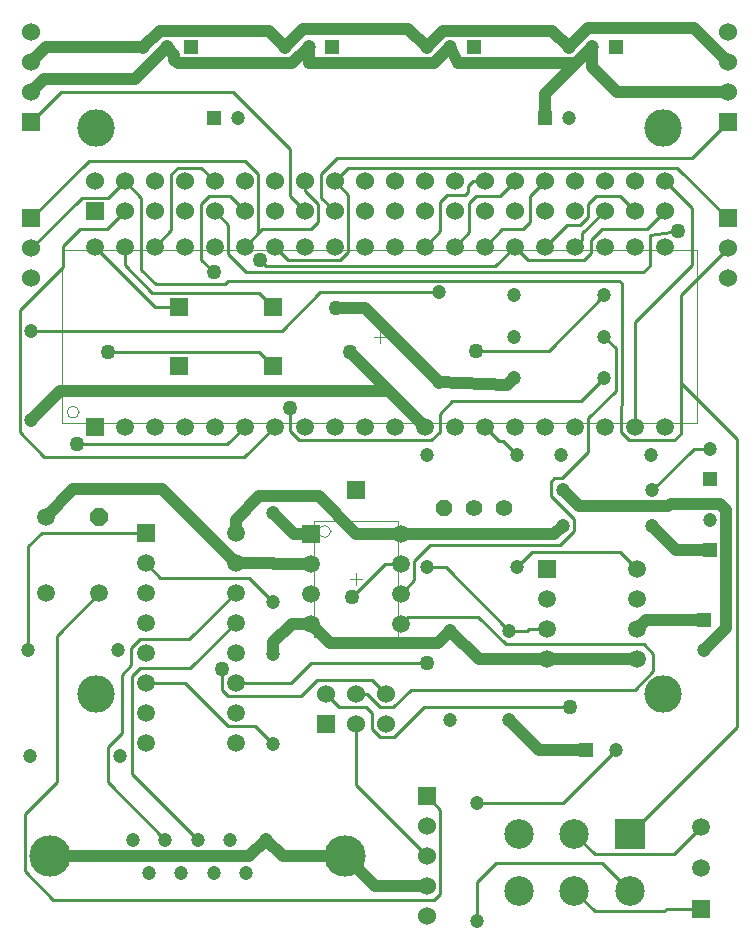
<source format=gbl>
%FSLAX23Y23*%
%MOMM*%
%SFA1B1*%

%IPPOS*%
%AMD29*
4,1,8,-0.292100,0.701040,-0.701040,0.292100,-0.701040,-0.292100,-0.292100,-0.701040,0.292100,-0.701040,0.701040,-0.292100,0.701040,0.292100,0.292100,0.701040,-0.292100,0.701040,0.0*
%
%AMD30*
4,1,8,-0.749300,-0.309880,-0.309880,-0.749300,0.309880,-0.749300,0.749300,-0.309880,0.749300,0.309880,0.309880,0.749300,-0.309880,0.749300,-0.749300,0.309880,-0.749300,-0.309880,0.0*
%
%ADD10C,0.253999*%
%ADD11C,0.999998*%
%ADD12C,0.100000*%
%ADD13C,1.523997*%
%ADD14R,1.523997X1.523997*%
%ADD15R,1.523997X1.523997*%
%ADD16C,1.199998*%
%ADD17C,3.174994*%
%ADD18R,1.499997X1.499997*%
%ADD19C,1.499997*%
%ADD20R,1.199998X1.199998*%
%ADD21R,1.499997X1.499997*%
%ADD22C,1.499997*%
%ADD23C,2.499995*%
%ADD24R,2.499995X2.499995*%
%ADD25C,3.499993*%
%ADD26R,1.199998X1.199998*%
%ADD27R,1.499997X1.499997*%
%ADD28C,1.399997*%
G04~CAMADD=29~4~0.0~0.0~551.2~551.2~0.0~161.4~0~0.0~0.0~0.0~0.0~0~0.0~0.0~0.0~0.0~0~0.0~0.0~0.0~45.0~551.2~551.2*
%ADD29D29*%
G04~CAMADD=30~4~0.0~0.0~590.6~590.6~0.0~173.0~0~0.0~0.0~0.0~0.0~0~0.0~0.0~0.0~0.0~0~0.0~0.0~0.0~135.0~590.6~590.6*
%ADD30D30*%
%ADD31C,1.269997*%
G54D10*
X119735Y138285D02*
Y143255D01*
Y138285D02*
X120057Y138607D01*
X118569Y137119D02*
X119735Y138285D01*
X155498Y125577D02*
X160248Y120827D01*
X155498Y125577D02*
Y132998D01*
Y121284D02*
Y125577D01*
X116029Y140129D02*
X117170Y138989D01*
Y136474D02*
Y138989D01*
Y136474D02*
X118694Y134950D01*
X152323*
X152882Y135508*
Y138125*
X155295Y138455*
X102692Y104192D02*
X106249Y107749D01*
X102692Y91795D02*
Y104192D01*
X99948Y89052D02*
X102692Y91795D01*
X99948Y84251D02*
Y89052D01*
Y84251D02*
X102387Y81813D01*
X134619*
X135153Y82346*
Y89426*
X133999Y90579D02*
X135153Y89426D01*
X113987Y101447D02*
X117809Y105269D01*
X109727Y101447D02*
X113987D01*
X109042Y100761D02*
X109727Y101447D01*
X109042Y92477D02*
Y100761D01*
Y92477D02*
X114599Y86919D01*
X129378Y100431D02*
X130539Y99269D01*
X124688Y100431D02*
X129378D01*
X123315Y99058D02*
X124688Y100431D01*
X117187Y99058D02*
X123315D01*
X116662Y99584D02*
X117187Y99058D01*
X116662Y99584D02*
Y101396D01*
X110949Y137119D02*
X112344Y138514D01*
Y143255*
X112902Y143814*
X114885*
X116029Y142669*
X138889Y137119D02*
X140403Y138633D01*
X142138*
X142697Y139191*
Y141397*
X143969Y142669*
X137921D02*
X138889D01*
X137515Y142263D02*
X137921Y142669D01*
X137515Y141731D02*
Y142263D01*
X137261Y141477D02*
X137515Y141731D01*
X135712Y141477D02*
X137261D01*
X135102Y140868D02*
X135712Y141477D01*
X135102Y138412D02*
Y140868D01*
X133809Y137119D02*
X135102Y138412D01*
X148999Y129499D02*
X149986Y128512D01*
Y124917D02*
Y128512D01*
X147675Y122605D02*
X149986Y124917D01*
X147675Y119735D02*
Y122605D01*
X145440Y117500D02*
X147675Y119735D01*
X144779Y117500D02*
X145440D01*
X144500Y117220D02*
X144779Y117500D01*
X144500Y116030D02*
Y117220D01*
Y116030D02*
X146481Y114049D01*
Y113055D02*
Y114049D01*
X145287Y111861D02*
X146481Y113055D01*
X134264Y111861D02*
X145287D01*
X132943Y110540D02*
X134264Y111861D01*
X132943Y108863D02*
Y110540D01*
X131809Y107729D02*
X132943Y108863D01*
X138175Y128320D02*
X144320D01*
X148999Y132999*
X127999Y99269D02*
X128904D01*
X130047Y98126*
X131172*
X132638Y99593*
X151609*
X153187Y101171*
Y102666*
X152399Y103454D02*
X153187Y102666D01*
X140690Y103454D02*
X152399D01*
X138353Y105790D02*
X140690Y103454D01*
X132410Y105790D02*
X138353D01*
X131809Y105189D02*
X132410Y105790D01*
X110189Y100189D02*
X113516D01*
X117187Y96518*
X119480*
X120999Y94999*
X146499Y87414D02*
X148240Y85674D01*
X154924*
X157249Y87999*
X154278Y80999D02*
X157249D01*
X154127Y80848D02*
X154278Y80999D01*
X148236Y80848D02*
X154127D01*
X146499Y82584D02*
X148236Y80848D01*
X126189Y142669D02*
X127355Y141504D01*
Y136651D02*
Y141504D01*
X126682Y135978D02*
X127355Y136651D01*
X122251Y135978D02*
X126682D01*
X121109Y137119D02*
X122251Y135978D01*
X124180Y101828D02*
X134035D01*
X122541Y100189D02*
X124180Y101828D01*
X117809Y100189D02*
X122541D01*
X138889Y121879D02*
X140145Y120624D01*
X140475*
X141599Y119499*
X133786Y98120D02*
X146126D01*
X131253Y95586D02*
X133786Y98120D01*
X130047Y95586D02*
X131253D01*
X129396Y96237D02*
X130047Y95586D01*
X129396Y96237D02*
Y97618D01*
X128895Y98120D02*
X129396Y97618D01*
X126609Y98120D02*
X128895D01*
X125459Y99269D02*
X126609Y98120D01*
X127999Y91499D02*
Y96729D01*
Y91499D02*
X133999Y85499D01*
X108409Y142669D02*
X109804Y141275D01*
Y135178D02*
Y141275D01*
Y135178D02*
X111048Y133934D01*
X116890*
X117195Y134238*
X150266*
X150494Y134010*
Y123672D02*
Y134010D01*
X150444Y123621D02*
X150494Y123672D01*
X150444Y121411D02*
Y123621D01*
Y121411D02*
X151129Y120726D01*
X154939*
X155498Y121284*
Y132998D02*
X159499Y136999D01*
X151589Y121879D02*
Y130736D01*
X156413Y135559*
Y140386*
X154129Y142669D02*
X156413Y140386D01*
X151199Y87414D02*
X160248Y96463D01*
Y120827*
X155498Y125577D02*
Y132998D01*
X108409Y135523D02*
Y137119D01*
Y135523D02*
X110735Y133197D01*
X119802*
X120999Y131999*
X100499Y136999D02*
X104774Y141274D01*
X107014*
X108409Y142669*
X147053Y124053D02*
X148999Y125999D01*
X136143Y124053D02*
X147053D01*
X135077Y122986D02*
X136143Y124053D01*
X135077Y121411D02*
Y122986D01*
X134391Y120726D02*
X135077Y121411D01*
X123189Y120726D02*
X134391D01*
X122377Y121538D02*
X123189Y120726D01*
X122377Y121538D02*
Y123494D01*
X118533Y119303D02*
X121109Y121879D01*
X101625Y119303D02*
X118533D01*
X99517Y121411D02*
X101625Y119303D01*
X99517Y121411D02*
Y131749D01*
X103200Y135432*
Y137185*
X104647Y138633*
X106913*
X108409Y140129*
X110989Y131999D02*
X112999D01*
X105869Y137119D02*
X110989Y131999D01*
X100499Y129999D02*
X121719D01*
X124969Y133249*
X134999*
X107035Y128168D02*
X119831D01*
X120999Y126999*
X107010Y91769D02*
X111859Y86919D01*
X107010Y91769D02*
Y94741D01*
X108178Y95910*
Y100888*
X108965Y101676*
Y103123*
X109727Y103885*
X113885*
X117809Y107809*
X100499Y139539D02*
X105358Y144398D01*
X118592*
X119735Y143255*
X118569Y137119D02*
X119735Y138285D01*
X143969Y137119D02*
X145836Y138986D01*
X146983*
X147652Y139656*
Y140718*
X148335Y141401*
X150318*
X151589Y140129*
X127685Y107492D02*
X130462Y110269D01*
X131809*
X150343Y111276D02*
X151809Y109809D01*
X142876Y111276D02*
X150343D01*
X141599Y109999D02*
X142876Y111276D01*
X136349Y137119D02*
X137591Y138361D01*
Y140817*
X138175Y141401*
X140161*
X141429Y142669*
X155225Y143814D02*
X159499Y139539D01*
X127334Y143814D02*
X155225D01*
X126189Y142669D02*
X127334Y143814D01*
X147172Y138252D02*
X149049Y140129D01*
X147172Y137782D02*
Y138252D01*
X146509Y137119D02*
X147172Y137782D01*
X152607Y138607D02*
X154129Y140129D01*
X148843Y138607D02*
X152607D01*
X147904Y137667D02*
X148843Y138607D01*
X147904Y136550D02*
Y137667D01*
X147319Y135966D02*
X147904Y136550D01*
X142583Y135966D02*
X147319D01*
X141429Y137119D02*
X142583Y135966D01*
X104419Y120395D02*
X117085D01*
X118569Y121879*
X139780Y135470D02*
X141429Y137119D01*
X120357Y135470D02*
X139780D01*
X119837Y135991D02*
X120357Y135470D01*
X156412Y144602D02*
X159499Y147689D01*
X126390Y144602D02*
X156412D01*
X125044Y143255D02*
X126390Y144602D01*
X125044Y141275D02*
Y143255D01*
Y141275D02*
X126189Y140129D01*
X123649Y141833D02*
Y142669D01*
Y141833D02*
X124792Y140690D01*
Y139191D02*
Y140690D01*
X124208Y138607D02*
X124792Y139191D01*
X120057Y138607D02*
X124208D01*
X117298Y141401D02*
X118569Y140129D01*
X115569Y141401D02*
X117298D01*
X114884Y140715D02*
X115569Y141401D01*
X114884Y136016D02*
Y140715D01*
Y136016D02*
X115950Y134950D01*
X100249Y102999D02*
Y111759D01*
X101379Y112889*
X110189*
X133999Y109999D02*
X135599D01*
X140999Y104599*
X153099Y116499D02*
X156599Y119999D01*
X157999*
X145499Y89999D02*
X149999Y94499D01*
X138249Y89999D02*
X145499D01*
X122377Y141402D02*
X123649Y140129D01*
X122377Y141402D02*
Y145414D01*
X117551Y150240D02*
X122377Y145414D01*
X103050Y150240D02*
X117551D01*
X100499Y147689D02*
X103050Y150240D01*
X118906Y109092D02*
X120999Y106999D01*
X111446Y109092D02*
X118906D01*
X110189Y110349D02*
X111446Y109092D01*
X148847Y84937D02*
X151199Y82584D01*
X139875Y84937D02*
X148847D01*
X138249Y83311D02*
X139875Y84937D01*
X138249Y79999D02*
Y83311D01*
X142649Y104729D02*
X144189D01*
X142519Y104599D02*
X142649Y104729D01*
X140999Y104599D02*
X142519D01*
G54D11*
X146628Y152628D02*
X147999Y153999D01*
X143999Y149999D02*
X146628Y152628D01*
X136651D02*
X146628D01*
X127482Y128207D02*
X130806Y124883D01*
X133809Y121879*
X102983Y124883D02*
X130806D01*
X157499Y102999D02*
X159359Y104859D01*
Y114807*
X158800Y115366D02*
X159359Y114807D01*
X154685Y115366D02*
X158800D01*
X154457Y115138D02*
X154685Y115366D01*
X146861Y115138D02*
X154457D01*
X145499Y116499D02*
X146861Y115138D01*
X140832Y125432D02*
X141399Y125999D01*
X134999Y125649D02*
X140832Y125432D01*
X128747Y131902D02*
X134999Y125649D01*
X126314Y131902D02*
X128747D01*
X101729Y153999D02*
X109999D01*
X100499Y152769D02*
X101729Y153999D01*
X145999D02*
X147625Y155625D01*
X156644*
X159499Y152769*
X133999Y153999D02*
X135371Y155371D01*
X144628*
X145999Y153999*
X121999D02*
X123549Y155549D01*
X132450*
X133999Y153999*
X127099Y85499D02*
X129639Y82959D01*
X133999*
X121799Y85499D02*
X127099D01*
X120379Y86919D02*
X121799Y85499D01*
X143499Y94499D02*
X147499D01*
X140999Y96999D02*
X143499Y94499D01*
X138409Y102189D02*
X144189D01*
X135999Y104599D02*
X138409Y102189D01*
X155139Y111459D02*
X157999D01*
X153099Y113499D02*
X155139Y111459D01*
X152579Y105499D02*
X157499D01*
X151809Y104729D02*
X152579Y105499D01*
X122789Y112809D02*
X124189D01*
X120999Y114599D02*
X122789Y112809D01*
X124189Y105189D02*
X125798Y103581D01*
X134981*
X135999Y104599*
X130806Y124883D02*
X133809Y121879D01*
X100499Y122399D02*
X102983Y124883D01*
X147999Y152329D02*
Y153999D01*
Y152329D02*
X150099Y150229D01*
X159499*
X146628Y152628D02*
X147999Y153999D01*
X135999D02*
X136651Y152628D01*
X100499Y150229D02*
X101577Y151307D01*
X109307*
X111999Y153999*
X134628Y152628D02*
X135999Y153999D01*
X124056Y152628D02*
X134628D01*
X123999Y152684D02*
X124056Y152628D01*
X123999Y152684D02*
Y153999D01*
X109999D02*
X111371Y155371D01*
X120628*
X121999Y153999*
X143999Y147999D02*
Y149999D01*
X101749Y114249D02*
X104085Y116585D01*
X111573*
X117809Y110349*
X144809Y112809D02*
X145499Y113499D01*
X131809Y112809D02*
X144809D01*
X120999Y102599D02*
Y103631D01*
X122557Y105189*
X124189*
X118959Y85499D02*
X120379Y86919D01*
X102099Y85499D02*
X118959D01*
X117809Y112889D02*
Y113974D01*
X119811Y115976*
X124866*
X128032Y112809*
X131809*
X122628Y152628D02*
X123999Y153999D01*
X112902Y152628D02*
X122628D01*
X112623Y152907D02*
X112902Y152628D01*
X112623Y152907D02*
Y153376D01*
X111999Y153999D02*
X112623Y153376D01*
X144189Y102189D02*
X151809D01*
X121034Y110269D02*
X124189D01*
X120954Y110349D02*
X121034Y110269D01*
X117809Y110349D02*
X120954D01*
G54D12*
X104549Y123099D02*
D01*
D01*
G75*
G03X103549I-499J0D01*
G74*G01*
D01*
G75*
G03X104549I500J0D01*
G74*G01*
X125849Y112999D02*
D01*
D01*
G75*
G03X124849I-499J0D01*
G74*G01*
D01*
G75*
G03X125849I500J0D01*
G74*G01*
X103149Y122199D02*
X156849D01*
X103149Y136799D02*
X156849D01*
X103149Y122199D02*
Y136799D01*
X156849Y122199D02*
Y136799D01*
X124449Y104099D02*
Y113899D01*
X131549Y104099D02*
Y113899D01*
X124449D02*
X131549D01*
X124449Y104099D02*
X131549D01*
X129999Y128999D02*
Y129999D01*
X129499Y129499D02*
X130499D01*
X127499Y108999D02*
X128499D01*
X127999Y108499D02*
Y109499D01*
G54D13*
X100499Y134459D03*
Y136999D03*
X130539Y96729D03*
X127999D03*
X130539Y99269D03*
X127999D03*
X125459D03*
X133999Y88039D03*
Y85499D03*
Y82959D03*
Y80419D03*
X154129Y140129D03*
X151589D03*
X149049D03*
X146509D03*
X143969D03*
X141429D03*
X138889D03*
X136349D03*
X133809D03*
X131269D03*
X128729D03*
X126189D03*
X123649D03*
X121109D03*
X118569D03*
X116029D03*
X113489D03*
X110949D03*
X108409D03*
X154129Y142669D03*
X151589D03*
X149049D03*
X146509D03*
X143969D03*
X141429D03*
X138889D03*
X136349D03*
X133809D03*
X131269D03*
X128729D03*
X126189D03*
X123649D03*
X121109D03*
X118569D03*
X116029D03*
X113489D03*
X110949D03*
X108409D03*
X105869D03*
X159499Y155309D03*
Y150229D03*
Y152769D03*
X100499Y155309D03*
Y150229D03*
Y152769D03*
X159499Y136999D03*
Y134459D03*
G54D14*
X100499Y139539D03*
X133999Y90579D03*
X159499Y147689D03*
X100499D03*
X159499Y139539D03*
G54D15*
X125459Y96729D03*
X105869Y140129D03*
G54D16*
X120999Y106999D03*
Y114599D03*
X107999Y93999D03*
X100399D03*
X120999Y94999D03*
Y102599D03*
X138249Y79999D03*
Y89999D03*
X157999Y113999D03*
Y119999D03*
X140999Y96999D03*
Y104599D03*
X145499Y116499D03*
X153099D03*
X152999Y119499D03*
X145399D03*
X133999Y109999D03*
X141599D03*
Y119499D03*
X133999D03*
X157499Y102999D03*
X153099Y113499D03*
X145499D03*
X114599Y86919D03*
X111859D03*
X109119D03*
X117339D03*
X120379D03*
X110489Y84079D03*
X113229D03*
X115969D03*
X118709D03*
X117999Y147999D03*
X121999Y153999D03*
X123999D03*
X133999D03*
X135999D03*
X145999Y147999D03*
X107849Y102999D03*
X100249D03*
X135999Y96999D03*
Y104599D03*
X149999Y94499D03*
X134999Y133249D03*
Y125649D03*
X141399Y132999D03*
X148999D03*
X141399Y129499D03*
X148999D03*
Y125999D03*
X141399D03*
X100499Y122399D03*
Y129999D03*
X109999Y153999D03*
X111999D03*
X145999D03*
X147999D03*
G54D17*
X105999Y147199D03*
X153999Y99199D03*
X105999D03*
X153999Y147199D03*
G54D18*
X105869Y121879D03*
X157249Y80999D03*
G54D19*
X108409Y121879D03*
X110949D03*
X113489D03*
X116029D03*
X118569D03*
X121109D03*
X123649D03*
X126189D03*
X128729D03*
X131269D03*
X133809D03*
X136349D03*
X138889D03*
X141429D03*
X143969D03*
X146509D03*
X149049D03*
X151589D03*
X154129D03*
X105869Y137119D03*
X108409D03*
X110949D03*
X113489D03*
X116029D03*
X118569D03*
X121109D03*
X123649D03*
X126189D03*
X128729D03*
X131269D03*
X133809D03*
X136349D03*
X138889D03*
X141429D03*
X143969D03*
X146509D03*
X149049D03*
X151589D03*
X154129D03*
X157249Y87999D03*
Y84499D03*
X124189Y110269D03*
Y107729D03*
Y105189D03*
X131809Y112809D03*
Y110269D03*
Y107729D03*
Y105189D03*
X101749Y107749D03*
X106249D03*
X101749Y114249D03*
G54D20*
X157999Y111459D03*
Y117459D03*
X157499Y105499D03*
G54D21*
X144189Y109809D03*
X110189Y112889D03*
G54D22*
X144189Y107269D03*
Y104729D03*
Y102189D03*
X151809Y109809D03*
Y107269D03*
Y104729D03*
Y102189D03*
X117809Y95109D03*
Y97649D03*
Y100189D03*
Y102729D03*
Y105269D03*
Y107809D03*
Y110349D03*
Y112889D03*
X110189Y95109D03*
Y97649D03*
Y100189D03*
Y102729D03*
Y105269D03*
Y107809D03*
Y110349D03*
G54D23*
X141799Y87414D03*
Y82584D03*
X151199D03*
X146499Y87414D03*
Y82584D03*
G54D24*
X151199Y87414D03*
G54D25*
X102099Y85499D03*
X127099D03*
G54D26*
X115999Y147999D03*
X125999Y153999D03*
X137999D03*
X143999Y147999D03*
X147499Y94499D03*
X113999Y153999D03*
X149999D03*
G54D27*
X127999Y116499D03*
X112999Y126999D03*
Y131999D03*
X120999D03*
Y126999D03*
X124189Y112809D03*
G54D28*
X140499Y114999D03*
X137999D03*
G54D29*
X135499Y114999D03*
G54D30*
X106249Y114249D03*
G54D31*
X155295Y138455D03*
X116662Y101396D03*
X138175Y128320D03*
X134035Y101828D03*
X126314Y131902D03*
X127482Y128207D03*
X146126Y98120D03*
X122377Y123494D03*
X107035Y128168D03*
X127685Y107492D03*
X104419Y120395D03*
X119837Y135991D03*
X115950Y134950D03*
M02*
</source>
